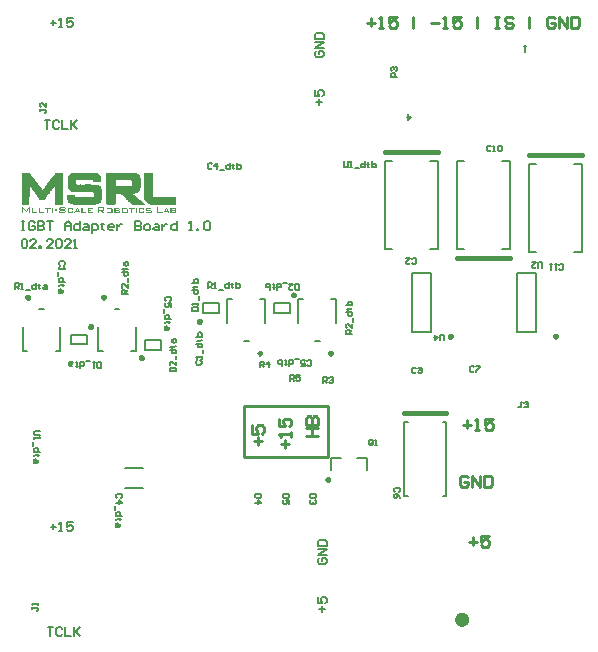
<source format=gto>
%FSTAX23Y23*%
%MOIN*%
%SFA1B1*%

%IPPOS*%
%ADD10C,0.031496*%
%ADD11C,0.009843*%
%ADD12C,0.015748*%
%ADD13C,0.007874*%
%ADD14C,0.010000*%
%ADD15C,0.008000*%
%ADD16C,0.005000*%
%LNmain-1*%
%LPD*%
G36*
X01164Y02568D02*
X01171D01*
Y02566*
X01173*
Y02565*
X01176*
Y02563*
X01177*
Y02562*
X01179*
Y02561*
X0118*
Y02559*
X01181*
Y02558*
Y02557*
X01183*
Y02555*
Y02554*
Y02553*
X01184*
Y02551*
Y0255*
Y02549*
Y02547*
Y02546*
Y02544*
Y02543*
Y02542*
Y0254*
Y02539*
Y02538*
X01157*
Y02539*
Y0254*
Y02542*
Y02543*
X01156*
Y02544*
X011*
Y02543*
Y02542*
Y0254*
Y02539*
Y02538*
Y02536*
Y02535*
X01098*
Y02534*
Y02532*
Y02531*
X01104*
Y02529*
X01111*
Y02531*
X01117*
Y02529*
X01128*
Y02531*
X0115*
Y02529*
X01169*
Y02528*
X01175*
Y02527*
X01177*
Y02525*
X01179*
Y02524*
X0118*
Y02523*
X01181*
Y02521*
Y0252*
X01183*
Y02519*
Y02517*
X01184*
Y02516*
Y02514*
Y02513*
X01186*
Y02512*
Y0251*
Y02509*
Y02508*
Y02506*
Y02505*
Y02504*
Y02502*
Y02501*
Y02499*
Y02498*
Y02497*
Y02495*
Y02494*
Y02493*
Y02491*
Y0249*
Y02489*
Y02487*
Y02486*
Y02484*
Y02483*
Y02482*
Y0248*
Y02479*
X01184*
Y02478*
Y02476*
Y02475*
Y02474*
X01183*
Y02472*
X01181*
Y02471*
Y02469*
X0118*
Y02468*
X01179*
Y02467*
X01177*
Y02465*
X01175*
Y02464*
X01171*
Y02463*
X01165*
Y02461*
X0109*
Y02463*
X01083*
Y02464*
X01079*
Y02465*
X01078*
Y02467*
X01077*
Y02468*
X01075*
Y02469*
X01074*
Y02471*
X01072*
Y02472*
Y02474*
X01071*
Y02475*
Y02476*
Y02478*
X0107*
Y02479*
Y0248*
Y02482*
Y02483*
Y02484*
Y02486*
Y02487*
Y02489*
X01068*
Y0249*
Y02491*
Y02493*
Y02494*
X0107*
Y02495*
X01097*
Y02494*
Y02493*
Y02491*
Y0249*
Y02489*
X01158*
Y0249*
Y02491*
Y02493*
Y02494*
Y02495*
Y02497*
Y02498*
Y02499*
Y02501*
Y02502*
X01157*
Y02504*
X01089*
Y02505*
X01083*
Y02506*
X01081*
Y02508*
X01079*
Y02509*
X01078*
Y0251*
X01077*
Y02512*
X01075*
Y02513*
X01074*
Y02514*
Y02516*
Y02517*
X01072*
Y02519*
Y0252*
Y02521*
X01071*
Y02523*
Y02524*
Y02525*
Y02527*
Y02528*
Y02529*
Y02531*
Y02532*
Y02534*
Y02535*
Y02536*
Y02538*
Y02539*
Y0254*
Y02542*
Y02543*
Y02544*
Y02546*
Y02547*
Y02549*
Y0255*
X01072*
Y02551*
Y02553*
Y02554*
Y02555*
X01074*
Y02557*
Y02558*
X01075*
Y02559*
Y02561*
X01077*
Y02562*
X01078*
Y02563*
X01079*
Y02565*
X01082*
Y02566*
X01085*
Y02568*
X01092*
Y02569*
X01164*
Y02568*
G37*
G36*
X01056D02*
Y02566D01*
Y02565*
Y02563*
Y02562*
Y02561*
Y02559*
Y02558*
Y02557*
Y02555*
Y02554*
Y02553*
Y02551*
Y0255*
Y02549*
Y02547*
Y02546*
Y02544*
Y02543*
Y02542*
Y0254*
Y02539*
Y02538*
Y02536*
Y02535*
Y02534*
Y02532*
Y02531*
Y02529*
Y02528*
Y02527*
Y02525*
Y02524*
Y02523*
Y02521*
Y0252*
Y02519*
Y02517*
Y02516*
Y02514*
Y02513*
Y02512*
Y0251*
Y02509*
Y02508*
Y02506*
Y02505*
Y02504*
Y02502*
Y02501*
Y02499*
Y02498*
Y02497*
Y02495*
Y02494*
Y02493*
Y02491*
Y0249*
Y02489*
Y02487*
Y02486*
Y02484*
Y02483*
Y02482*
Y0248*
Y02479*
Y02478*
Y02476*
Y02475*
Y02474*
Y02472*
Y02471*
Y02469*
Y02468*
Y02467*
Y02465*
Y02464*
Y02463*
Y02461*
X01028*
Y02463*
Y02464*
Y02465*
Y02467*
Y02468*
Y02469*
Y02471*
Y02472*
Y02474*
Y02475*
Y02476*
Y02478*
Y02479*
Y0248*
Y02482*
Y02483*
Y02484*
Y02486*
Y02487*
Y02489*
Y0249*
Y02491*
Y02493*
Y02494*
Y02495*
Y02497*
Y02498*
Y02499*
Y02501*
Y02502*
Y02504*
Y02505*
Y02506*
Y02508*
Y02509*
Y0251*
Y02512*
Y02513*
Y02514*
Y02516*
Y02517*
Y02519*
Y0252*
Y02521*
X01026*
Y0252*
X01025*
Y02519*
X01023*
Y02517*
Y02516*
X01022*
Y02514*
X01021*
Y02513*
X01019*
Y02512*
Y0251*
X01018*
Y02509*
X01017*
Y02508*
X01015*
Y02506*
X01014*
Y02505*
Y02504*
X01013*
Y02502*
X01011*
Y02501*
Y02499*
X0101*
Y02498*
X01008*
Y02497*
X01007*
Y02495*
Y02494*
X01006*
Y02493*
X01004*
Y02491*
X01003*
Y0249*
Y02489*
X01002*
Y02487*
X01*
Y02486*
X00999*
Y02484*
Y02483*
X00998*
Y02482*
X00996*
Y0248*
X00995*
Y02479*
Y02478*
X00993*
Y02476*
X0098*
Y02478*
X00978*
Y02479*
X00977*
Y0248*
Y02482*
X00976*
Y02483*
X00974*
Y02484*
X00973*
Y02486*
Y02487*
X00972*
Y02489*
X0097*
Y0249*
X00969*
Y02491*
Y02493*
X00968*
Y02494*
X00966*
Y02495*
X00965*
Y02497*
Y02498*
X00963*
Y02499*
X00962*
Y02501*
X00961*
Y02502*
Y02504*
X00959*
Y02505*
X00958*
Y02506*
X00957*
Y02508*
Y02509*
X00955*
Y0251*
X00954*
Y02512*
X00953*
Y02513*
Y02514*
X00951*
Y02516*
X0095*
Y02517*
X00949*
Y02519*
Y0252*
X00947*
Y02521*
X00946*
Y0252*
Y02519*
Y02517*
Y02516*
Y02514*
Y02513*
Y02512*
Y0251*
Y02509*
Y02508*
Y02506*
Y02505*
Y02504*
Y02502*
Y02501*
Y02499*
Y02498*
Y02497*
Y02495*
Y02494*
Y02493*
Y02491*
Y0249*
Y02489*
Y02487*
Y02486*
X00944*
Y02484*
Y02483*
Y02482*
Y0248*
Y02479*
Y02478*
Y02476*
Y02475*
Y02474*
Y02472*
Y02471*
Y02469*
Y02468*
Y02467*
Y02465*
Y02464*
Y02463*
Y02461*
X00919*
Y02463*
Y02464*
Y02465*
Y02467*
Y02468*
Y02469*
Y02471*
Y02472*
Y02474*
Y02475*
Y02476*
Y02478*
Y02479*
Y0248*
Y02482*
Y02483*
Y02484*
Y02486*
Y02487*
Y02489*
Y0249*
Y02491*
Y02493*
Y02494*
Y02495*
Y02497*
Y02498*
Y02499*
Y02501*
Y02502*
Y02504*
Y02505*
Y02506*
Y02508*
Y02509*
Y0251*
Y02512*
Y02513*
Y02514*
Y02516*
Y02517*
Y02519*
Y0252*
Y02521*
Y02523*
Y02524*
Y02525*
Y02527*
Y02528*
Y02529*
Y02531*
Y02532*
Y02534*
Y02535*
Y02536*
Y02538*
Y02539*
Y0254*
Y02542*
Y02543*
Y02544*
Y02546*
Y02547*
Y02549*
Y0255*
Y02551*
Y02553*
Y02554*
Y02555*
Y02557*
Y02558*
Y02559*
Y02561*
Y02562*
Y02563*
Y02565*
Y02566*
Y02568*
Y02569*
X00943*
Y02568*
X00944*
Y02566*
X00946*
Y02565*
X00947*
Y02563*
X00949*
Y02562*
Y02561*
X0095*
Y02559*
X00951*
Y02558*
X00953*
Y02557*
X00954*
Y02555*
Y02554*
X00955*
Y02553*
X00957*
Y02551*
X00958*
Y0255*
Y02549*
X00959*
Y02547*
X00961*
Y02546*
X00962*
Y02544*
X00963*
Y02543*
Y02542*
X00965*
Y0254*
X00966*
Y02539*
X00968*
Y02538*
Y02536*
X00969*
Y02535*
X0097*
Y02534*
X00972*
Y02532*
Y02531*
X00973*
Y02529*
X00974*
Y02528*
X00976*
Y02527*
X00977*
Y02525*
Y02524*
X00978*
Y02523*
X0098*
Y02521*
X00981*
Y0252*
Y02519*
X00983*
Y02517*
X00984*
Y02516*
X00985*
Y02514*
X00987*
Y02513*
Y02512*
X00989*
Y02513*
X00991*
Y02514*
Y02516*
X00992*
Y02517*
X00993*
Y02519*
X00995*
Y0252*
Y02521*
X00996*
Y02523*
X00998*
Y02524*
X00999*
Y02525*
Y02527*
X01*
Y02528*
X01002*
Y02529*
X01003*
Y02531*
Y02532*
X01004*
Y02534*
X01006*
Y02535*
X01007*
Y02536*
Y02538*
X01008*
Y02539*
X0101*
Y0254*
X01011*
Y02542*
Y02543*
X01013*
Y02544*
X01014*
Y02546*
X01015*
Y02547*
X01017*
Y02549*
Y0255*
X01018*
Y02551*
X01019*
Y02553*
X01021*
Y02554*
Y02555*
X01022*
Y02557*
X01023*
Y02558*
X01025*
Y02559*
Y02561*
X01026*
Y02562*
X01028*
Y02563*
X01029*
Y02565*
Y02566*
X0103*
Y02568*
X01032*
Y02569*
X01056*
Y02568*
G37*
G36*
X01357D02*
Y02566D01*
Y02565*
Y02563*
Y02562*
Y02561*
Y02559*
Y02558*
Y02557*
Y02555*
Y02554*
Y02553*
Y02551*
Y0255*
Y02549*
Y02547*
Y02546*
Y02544*
Y02543*
Y02542*
Y0254*
Y02539*
Y02538*
Y02536*
Y02535*
Y02534*
Y02532*
Y02531*
Y02529*
Y02528*
Y02527*
Y02525*
Y02524*
Y02523*
Y02521*
Y0252*
Y02519*
Y02517*
Y02516*
Y02514*
Y02513*
Y02512*
Y0251*
Y02509*
Y02508*
Y02506*
Y02505*
Y02504*
Y02502*
Y02501*
Y02499*
Y02498*
Y02497*
Y02495*
Y02494*
Y02493*
Y02491*
Y0249*
Y02489*
X01431*
Y02487*
X01432*
Y02486*
Y02484*
Y02483*
Y02482*
Y0248*
Y02479*
Y02478*
Y02476*
Y02475*
Y02474*
Y02472*
Y02471*
Y02469*
Y02468*
Y02467*
Y02465*
Y02464*
Y02463*
X01431*
Y02461*
X01345*
Y02463*
X01344*
Y02464*
X01341*
Y02465*
X0134*
Y02467*
X01338*
Y02468*
X01337*
Y02469*
X01335*
Y02471*
X01333*
Y02472*
X01331*
Y02474*
X0133*
Y02475*
X01329*
Y02476*
X01327*
Y02478*
X01326*
Y02479*
Y0248*
Y02482*
Y02483*
Y02484*
Y02486*
Y02487*
Y02489*
Y0249*
Y02491*
Y02493*
Y02494*
Y02495*
Y02497*
Y02498*
Y02499*
Y02501*
Y02502*
Y02504*
Y02505*
Y02506*
Y02508*
Y02509*
Y0251*
Y02512*
Y02513*
Y02514*
Y02516*
Y02517*
Y02519*
Y0252*
Y02521*
Y02523*
Y02524*
Y02525*
Y02527*
Y02528*
Y02529*
Y02531*
Y02532*
Y02534*
Y02535*
Y02536*
Y02538*
Y02539*
Y0254*
Y02542*
Y02543*
Y02544*
Y02546*
Y02547*
Y02549*
Y0255*
Y02551*
Y02553*
Y02554*
Y02555*
Y02557*
Y02558*
Y02559*
Y02561*
Y02562*
Y02563*
Y02565*
Y02566*
Y02568*
Y02569*
X01357*
Y02568*
G37*
G36*
X01296D02*
X01301D01*
Y02566*
X01304*
Y02565*
X01307*
Y02563*
X01308*
Y02562*
X0131*
Y02561*
X01311*
Y02559*
X01312*
Y02558*
Y02557*
X01314*
Y02555*
Y02554*
Y02553*
Y02551*
X01315*
Y0255*
Y02549*
Y02547*
Y02546*
Y02544*
Y02543*
Y02542*
Y0254*
Y02539*
Y02538*
Y02536*
Y02535*
Y02534*
Y02532*
Y02531*
Y02529*
Y02528*
Y02527*
Y02525*
Y02524*
Y02523*
Y02521*
Y0252*
Y02519*
Y02517*
Y02516*
X01314*
Y02514*
Y02513*
Y02512*
X01312*
Y0251*
Y02509*
X01311*
Y02508*
X0131*
Y02506*
Y02505*
X01307*
Y02504*
X01305*
Y02502*
X01303*
Y02501*
X01297*
Y02499*
X01288*
Y02498*
X01289*
Y02497*
X0129*
Y02495*
X01292*
Y02494*
X01293*
Y02493*
X01295*
Y02491*
X01297*
Y0249*
X01299*
Y02489*
X013*
Y02487*
X01301*
Y02486*
X01303*
Y02484*
X01305*
Y02483*
X01307*
Y02482*
X01308*
Y0248*
X0131*
Y02479*
X01311*
Y02478*
X01314*
Y02476*
X01315*
Y02475*
X01316*
Y02474*
X01318*
Y02472*
X01319*
Y02471*
X01322*
Y02469*
X01323*
Y02468*
X01325*
Y02467*
X01326*
Y02465*
X01327*
Y02464*
X01329*
Y02463*
X0133*
Y02461*
X01286*
Y02463*
X01285*
Y02464*
X01284*
Y02465*
X01282*
Y02467*
X01281*
Y02468*
X0128*
Y02469*
X01278*
Y02471*
X01277*
Y02472*
X01274*
Y02474*
X01273*
Y02475*
X01271*
Y02476*
X0127*
Y02478*
X01269*
Y02479*
X01267*
Y0248*
X01266*
Y02482*
X01265*
Y02483*
X01263*
Y02484*
X01262*
Y02486*
X01261*
Y02487*
X01259*
Y02489*
X01258*
Y0249*
X01256*
Y02491*
X01255*
Y02493*
X01254*
Y02494*
X01251*
Y02495*
X0125*
Y02497*
X01248*
Y02498*
X01247*
Y02499*
X01231*
Y02498*
Y02497*
Y02495*
Y02494*
Y02493*
Y02491*
Y0249*
Y02489*
Y02487*
Y02486*
Y02484*
Y02483*
Y02482*
Y0248*
Y02479*
Y02478*
Y02476*
Y02475*
Y02474*
Y02472*
Y02471*
Y02469*
Y02468*
Y02467*
Y02465*
Y02464*
Y02463*
X01229*
Y02461*
X01201*
Y02463*
X01199*
Y02464*
Y02465*
Y02467*
Y02468*
Y02469*
Y02471*
Y02472*
Y02474*
Y02475*
Y02476*
Y02478*
Y02479*
Y0248*
Y02482*
Y02483*
Y02484*
Y02486*
Y02487*
Y02489*
Y0249*
Y02491*
Y02493*
Y02494*
Y02495*
Y02497*
Y02498*
Y02499*
Y02501*
Y02502*
Y02504*
Y02505*
Y02506*
Y02508*
Y02509*
Y0251*
Y02512*
Y02513*
Y02514*
Y02516*
Y02517*
Y02519*
Y0252*
Y02521*
Y02523*
Y02524*
Y02525*
Y02527*
Y02528*
Y02529*
Y02531*
Y02532*
Y02534*
Y02535*
Y02536*
Y02538*
Y02539*
Y0254*
Y02542*
Y02543*
Y02544*
Y02546*
Y02547*
Y02549*
Y0255*
Y02551*
Y02553*
Y02554*
Y02555*
Y02557*
Y02558*
Y02559*
Y02561*
Y02562*
Y02563*
Y02565*
Y02566*
Y02568*
Y02569*
X01296*
Y02568*
G37*
G36*
X01062Y02453D02*
X01064D01*
Y02452*
Y0245*
X01066*
Y02449*
X01063*
Y02448*
X01062*
Y02449*
Y0245*
X01048*
Y02449*
Y02448*
Y02446*
X01062*
Y02445*
X01064*
Y02444*
Y02442*
X01066*
Y02441*
Y0244*
Y02438*
Y02437*
X01064*
Y02435*
Y02434*
X01062*
Y02433*
X01047*
Y02434*
X01044*
Y02435*
Y02437*
Y02438*
Y0244*
X01047*
Y02438*
Y02437*
X01062*
Y02438*
Y0244*
Y02441*
Y02442*
X01045*
Y02444*
Y02445*
X01044*
Y02446*
Y02448*
Y02449*
Y0245*
Y02452*
X01045*
Y02453*
X01047*
Y02455*
X01062*
Y02453*
G37*
G36*
X0135Y02449D02*
Y02448D01*
X01352*
Y02446*
X0135*
Y02445*
X01348*
Y02446*
Y02448*
X01337*
Y02446*
Y02445*
Y02444*
X0135*
Y02442*
X01352*
Y02441*
Y0244*
Y02438*
Y02437*
Y02435*
X0135*
Y02434*
X01349*
Y02433*
X01335*
Y02434*
X01333*
Y02435*
Y02437*
Y02438*
X01337*
Y02437*
X01348*
Y02438*
Y0244*
Y02441*
X01334*
Y02442*
Y02444*
X01333*
Y02445*
Y02446*
Y02448*
X01334*
Y02449*
Y0245*
X0135*
Y02449*
G37*
G36*
X01326D02*
X01327D01*
Y02448*
Y02446*
Y02445*
X01326*
Y02444*
X01323*
Y02445*
Y02446*
Y02448*
X01312*
Y02446*
Y02445*
Y02444*
Y02442*
Y02441*
Y0244*
Y02438*
Y02437*
X01323*
Y02438*
Y0244*
X01327*
Y02438*
Y02437*
Y02435*
X01326*
Y02434*
X01323*
Y02433*
X01311*
Y02434*
X01308*
Y02435*
Y02437*
Y02438*
Y0244*
Y02441*
Y02442*
Y02444*
Y02445*
Y02446*
Y02448*
Y02449*
X0131*
Y0245*
X01326*
Y02449*
G37*
G36*
X01089D02*
Y02448D01*
X0109*
Y02446*
Y02445*
X01089*
Y02444*
X01086*
Y02445*
Y02446*
Y02448*
X01075*
Y02446*
Y02445*
Y02444*
Y02442*
Y02441*
Y0244*
Y02438*
Y02437*
X01086*
Y02438*
Y0244*
X0109*
Y02438*
Y02437*
Y02435*
X01089*
Y02434*
X01086*
Y02433*
X01074*
Y02434*
X01071*
Y02435*
Y02437*
Y02438*
Y0244*
Y02441*
Y02442*
Y02444*
Y02445*
Y02446*
Y02448*
Y02449*
X01072*
Y0245*
X01089*
Y02449*
G37*
G36*
X01037Y02445D02*
Y02444D01*
Y02442*
X01028*
Y02444*
Y02445*
X01029*
Y02446*
X01037*
Y02445*
G37*
G36*
X00946Y02453D02*
Y02452D01*
Y0245*
Y02449*
Y02448*
Y02446*
Y02445*
Y02444*
Y02442*
Y02441*
Y0244*
Y02438*
Y02437*
Y02435*
Y02434*
Y02433*
X00942*
Y02434*
Y02435*
Y02437*
Y02438*
Y0244*
Y02441*
Y02442*
Y02444*
Y02445*
Y02446*
X0094*
Y02445*
X00939*
Y02444*
X00938*
Y02442*
Y02441*
X00936*
Y0244*
X00935*
Y02438*
Y02437*
X00932*
Y02438*
X00931*
Y0244*
X00929*
Y02441*
X00928*
Y02442*
Y02444*
X00927*
Y02445*
X00925*
Y02446*
X00924*
Y02445*
Y02444*
Y02442*
Y02441*
Y0244*
Y02438*
Y02437*
Y02435*
Y02434*
X00923*
Y02433*
X00921*
Y02434*
X0092*
Y02435*
Y02437*
Y02438*
Y0244*
Y02441*
Y02442*
Y02444*
Y02445*
Y02446*
Y02448*
Y02449*
Y0245*
Y02452*
Y02453*
X00921*
Y02455*
X00923*
Y02453*
X00924*
Y02452*
X00925*
Y0245*
X00927*
Y02449*
X00928*
Y02448*
X00929*
Y02446*
Y02445*
X00931*
Y02444*
X00932*
Y02442*
X00935*
Y02444*
Y02445*
X00936*
Y02446*
X00938*
Y02448*
Y02449*
X00939*
Y0245*
X0094*
Y02452*
X00942*
Y02453*
Y02455*
X00946*
Y02453*
G37*
G36*
X0097Y02449D02*
Y02448D01*
Y02446*
Y02445*
Y02444*
Y02442*
Y02441*
Y0244*
Y02438*
Y02437*
Y02435*
Y02434*
X00968*
Y02433*
X00955*
Y02434*
X00953*
Y02435*
X00951*
Y02437*
Y02438*
Y0244*
Y02441*
Y02442*
Y02444*
Y02445*
Y02446*
Y02448*
Y02449*
Y0245*
X00955*
Y02449*
Y02448*
Y02446*
Y02445*
Y02444*
Y02442*
Y02441*
Y0244*
Y02438*
Y02437*
X00968*
Y02438*
Y0244*
Y02441*
Y02442*
Y02444*
Y02445*
Y02446*
Y02448*
Y02449*
Y0245*
X0097*
Y02449*
G37*
G36*
X01432D02*
Y02448D01*
Y02446*
X01434*
Y02445*
X01432*
Y02444*
Y02442*
Y02441*
Y0244*
X01434*
Y02438*
Y02437*
Y02435*
X01432*
Y02434*
X01429*
Y02433*
X01414*
Y02434*
Y02435*
Y02437*
Y02438*
Y0244*
Y02441*
Y02442*
Y02444*
Y02445*
Y02446*
Y02448*
Y02449*
Y0245*
X01432*
Y02449*
G37*
G36*
X01372Y02453D02*
X01374D01*
Y02452*
Y0245*
Y02449*
Y02448*
Y02446*
Y02445*
Y02444*
Y02442*
Y02441*
Y0244*
Y02438*
Y02437*
X01389*
Y02435*
Y02434*
X0139*
Y02435*
X01391*
Y02437*
Y02438*
X01393*
Y0244*
Y02441*
X01394*
Y02442*
X01395*
Y02444*
Y02445*
X01397*
Y02446*
Y02448*
X01398*
Y02449*
Y0245*
X01402*
Y02449*
X01404*
Y02448*
X01405*
Y02446*
Y02445*
X01406*
Y02444*
Y02442*
X01408*
Y02441*
X01409*
Y0244*
Y02438*
X0141*
Y02437*
Y02435*
X01412*
Y02434*
Y02433*
X01409*
Y02434*
X01408*
Y02435*
X01406*
Y02437*
X01394*
Y02435*
Y02434*
X01393*
Y02433*
X0137*
Y02434*
Y02435*
Y02437*
Y02438*
Y0244*
Y02441*
Y02442*
Y02444*
Y02445*
Y02446*
Y02448*
Y02449*
Y0245*
Y02452*
Y02453*
Y02455*
X01372*
Y02453*
G37*
G36*
X01303Y02449D02*
Y02448D01*
Y02446*
Y02445*
Y02444*
Y02442*
Y02441*
Y0244*
Y02438*
Y02437*
Y02435*
Y02434*
X01301*
Y02433*
X01299*
Y02434*
Y02435*
Y02437*
Y02438*
Y0244*
Y02441*
Y02442*
Y02444*
Y02445*
Y02446*
Y02448*
Y02449*
Y0245*
X01303*
Y02449*
G37*
G36*
X01295D02*
Y02448D01*
X01288*
Y02446*
X01286*
Y02445*
Y02444*
Y02442*
Y02441*
Y0244*
Y02438*
Y02437*
Y02435*
Y02434*
Y02433*
X01284*
Y02434*
Y02435*
Y02437*
Y02438*
Y0244*
Y02441*
Y02442*
Y02444*
Y02445*
Y02446*
Y02448*
X01275*
Y02449*
Y0245*
X01295*
Y02449*
G37*
G36*
X0127D02*
X01271D01*
Y02448*
Y02446*
Y02445*
Y02444*
Y02442*
Y02441*
Y0244*
Y02438*
Y02437*
Y02435*
Y02434*
X01269*
Y02433*
X01254*
Y02434*
X01252*
Y02435*
X01251*
Y02437*
Y02438*
Y0244*
Y02441*
Y02442*
Y02444*
Y02445*
Y02446*
Y02448*
Y02449*
X01252*
Y0245*
X0127*
Y02449*
G37*
G36*
X01244D02*
Y02448D01*
X01246*
Y02446*
Y02445*
X01244*
Y02444*
Y02442*
Y02441*
Y0244*
X01246*
Y02438*
Y02437*
Y02435*
X01244*
Y02434*
X01241*
Y02433*
X01226*
Y02434*
Y02435*
Y02437*
Y02438*
Y0244*
Y02441*
Y02442*
Y02444*
Y02445*
Y02446*
Y02448*
Y02449*
Y0245*
X01244*
Y02449*
G37*
G36*
X0122D02*
X01221D01*
Y02448*
Y02446*
Y02445*
Y02444*
Y02442*
Y02441*
Y0244*
Y02438*
Y02437*
Y02435*
X0122*
Y02434*
X01218*
Y02433*
X01203*
Y02434*
X01201*
Y02435*
Y02437*
Y02438*
Y0244*
Y02441*
Y02442*
Y02444*
Y02445*
Y02446*
Y02448*
Y02449*
X01202*
Y0245*
X0122*
Y02449*
G37*
G36*
X0119Y02453D02*
X01192D01*
Y02452*
Y0245*
Y02449*
Y02448*
Y02446*
Y02445*
Y02444*
Y02442*
X01191*
Y02441*
X01187*
Y0244*
X01188*
Y02438*
X0119*
Y02437*
X01192*
Y02435*
X01194*
Y02434*
X01195*
Y02433*
X0119*
Y02434*
X01188*
Y02435*
X01187*
Y02437*
X01186*
Y02438*
X01183*
Y0244*
Y02441*
X01176*
Y0244*
Y02438*
Y02437*
Y02435*
Y02434*
X01175*
Y02433*
X01172*
Y02434*
Y02435*
Y02437*
Y02438*
Y0244*
Y02441*
Y02442*
Y02444*
Y02445*
Y02446*
Y02448*
Y02449*
Y0245*
Y02452*
Y02453*
Y02455*
X0119*
Y02453*
G37*
G36*
X01156Y02449D02*
Y02448D01*
X01143*
Y02446*
X01142*
Y02445*
X01143*
Y02444*
X0115*
Y02442*
Y02441*
X01143*
Y0244*
X01142*
Y02438*
Y02437*
X01156*
Y02435*
Y02434*
Y02433*
X01139*
Y02434*
Y02435*
Y02437*
Y02438*
Y0244*
Y02441*
Y02442*
Y02444*
Y02445*
Y02446*
Y02448*
Y02449*
Y0245*
X01156*
Y02449*
G37*
G36*
X01122D02*
Y02448D01*
Y02446*
Y02445*
Y02444*
Y02442*
Y02441*
Y0244*
Y02438*
Y02437*
X01134*
Y02435*
Y02434*
Y02433*
X01117*
Y02434*
Y02435*
Y02437*
Y02438*
Y0244*
Y02441*
Y02442*
Y02444*
Y02445*
Y02446*
Y02448*
Y02449*
Y0245*
X01122*
Y02449*
G37*
G36*
X01107D02*
Y02448D01*
X01108*
Y02446*
Y02445*
X01109*
Y02444*
Y02442*
X01111*
Y02441*
X01112*
Y0244*
Y02438*
X01113*
Y02437*
Y02435*
X01115*
Y02434*
Y02433*
X01112*
Y02434*
X01111*
Y02435*
Y02437*
X01097*
Y02435*
Y02434*
X01096*
Y02433*
X01093*
Y02434*
Y02435*
X01094*
Y02437*
Y02438*
X01096*
Y0244*
Y02441*
X01097*
Y02442*
X01098*
Y02444*
Y02445*
X011*
Y02446*
Y02448*
X01101*
Y02449*
Y0245*
X01107*
Y02449*
G37*
G36*
X01022D02*
Y02448D01*
Y02446*
Y02445*
Y02444*
Y02442*
Y02441*
Y0244*
Y02438*
Y02437*
Y02435*
Y02434*
Y02433*
X01019*
Y02434*
X01018*
Y02435*
Y02437*
Y02438*
Y0244*
Y02441*
Y02442*
Y02444*
Y02445*
Y02446*
Y02448*
Y02449*
Y0245*
X01022*
Y02449*
G37*
G36*
X01015D02*
Y02448D01*
X01007*
Y02446*
Y02445*
Y02444*
Y02442*
Y02441*
Y0244*
Y02438*
Y02437*
Y02435*
Y02434*
Y02433*
X01004*
Y02434*
X01003*
Y02435*
Y02437*
Y02438*
Y0244*
Y02441*
Y02442*
Y02444*
Y02445*
Y02446*
Y02448*
X00995*
Y02449*
Y0245*
X01015*
Y02449*
G37*
G36*
X0098D02*
Y02448D01*
Y02446*
Y02445*
Y02444*
Y02442*
Y02441*
Y0244*
Y02438*
Y02437*
X00993*
Y02435*
Y02434*
Y02433*
X00977*
Y02434*
Y02435*
Y02437*
Y02438*
Y0244*
Y02441*
Y02442*
Y02444*
Y02445*
Y02446*
Y02448*
Y02449*
Y0245*
X0098*
Y02449*
G37*
%LNmain-2*%
%LPC*%
G36*
X01282Y02544D02*
X01231D01*
Y02543*
Y02542*
Y0254*
Y02539*
Y02538*
Y02536*
Y02535*
Y02534*
Y02532*
Y02531*
Y02529*
Y02528*
Y02527*
Y02525*
Y02524*
X01284*
Y02525*
X01285*
Y02527*
Y02528*
Y02529*
Y02531*
Y02532*
Y02534*
Y02535*
Y02536*
Y02538*
Y02539*
Y0254*
Y02542*
X01284*
Y02543*
X01282*
Y02544*
G37*
G36*
X01429Y02448D02*
X01419D01*
Y02446*
Y02445*
Y02444*
X01429*
Y02445*
Y02446*
Y02448*
G37*
G36*
Y02441D02*
X01419D01*
Y0244*
Y02438*
Y02437*
X01429*
Y02438*
Y0244*
Y02441*
G37*
G36*
X01402Y02446D02*
X01399D01*
Y02445*
Y02444*
X01398*
Y02442*
Y02441*
Y0244*
X01404*
Y02441*
Y02442*
Y02444*
X01402*
Y02445*
Y02446*
G37*
G36*
X01267Y02448D02*
X01255D01*
Y02446*
Y02445*
Y02444*
Y02442*
Y02441*
Y0244*
Y02438*
Y02437*
X01269*
Y02438*
Y0244*
Y02441*
Y02442*
Y02444*
Y02445*
Y02446*
X01267*
Y02448*
G37*
G36*
X01241D02*
X01231D01*
Y02446*
Y02445*
Y02444*
X01241*
Y02445*
Y02446*
Y02448*
G37*
G36*
Y02441D02*
X01231D01*
Y0244*
Y02438*
Y02437*
X01241*
Y02438*
Y0244*
Y02441*
G37*
G36*
X01217Y02448D02*
X01205D01*
Y02446*
X01203*
Y02445*
Y02444*
Y02442*
Y02441*
Y0244*
Y02438*
Y02437*
X01217*
Y02438*
Y0244*
Y02441*
Y02442*
Y02444*
Y02445*
Y02446*
Y02448*
G37*
G36*
X01187Y02452D02*
X01177D01*
Y0245*
X01176*
Y02449*
Y02448*
Y02446*
Y02445*
Y02444*
X01187*
Y02445*
X01188*
Y02446*
Y02448*
Y02449*
Y0245*
X01187*
Y02452*
G37*
G36*
X01105Y02446D02*
X01102D01*
Y02445*
Y02444*
X01101*
Y02442*
Y02441*
Y0244*
X01107*
Y02441*
Y02442*
Y02444*
X01105*
Y02445*
Y02446*
G37*
%LNmain-3*%
%LPD*%
G54D10*
X02392Y0108D02*
D01*
X02392Y0108*
X02392Y01081*
X02392Y01081*
X02392Y01082*
X02392Y01082*
X02391Y01083*
X02391Y01083*
X02391Y01084*
X02391Y01084*
X0239Y01084*
X0239Y01085*
X0239Y01085*
X02389Y01085*
X02389Y01086*
X02388Y01086*
X02388Y01086*
X02387Y01087*
X02387Y01087*
X02386Y01087*
X02386Y01087*
X02385Y01087*
X02385Y01087*
X02384*
X02384Y01087*
X02383Y01087*
X02383Y01087*
X02382Y01087*
X02382Y01087*
X02381Y01086*
X02381Y01086*
X0238Y01086*
X0238Y01085*
X02379Y01085*
X02379Y01085*
X02379Y01084*
X02378Y01084*
X02378Y01084*
X02378Y01083*
X02378Y01083*
X02377Y01082*
X02377Y01082*
X02377Y01081*
X02377Y01081*
X02377Y0108*
X02377Y0108*
X02377Y01079*
X02377Y01078*
X02377Y01078*
X02377Y01077*
X02377Y01077*
X02378Y01076*
X02378Y01076*
X02378Y01075*
X02378Y01075*
X02379Y01075*
X02379Y01074*
X02379Y01074*
X0238Y01074*
X0238Y01073*
X02381Y01073*
X02381Y01073*
X02382Y01072*
X02382Y01072*
X02383Y01072*
X02383Y01072*
X02384Y01072*
X02384Y01072*
X02385*
X02385Y01072*
X02386Y01072*
X02386Y01072*
X02387Y01072*
X02387Y01072*
X02388Y01073*
X02388Y01073*
X02389Y01073*
X02389Y01074*
X0239Y01074*
X0239Y01074*
X0239Y01075*
X02391Y01075*
X02391Y01075*
X02391Y01076*
X02391Y01076*
X02392Y01077*
X02392Y01077*
X02392Y01078*
X02392Y01078*
X02392Y01079*
X02392Y0108*
G54D11*
X01153Y02056D02*
D01*
X01153Y02056*
X01152Y02056*
X01152Y02057*
X01152Y02057*
X01152Y02057*
X01152Y02058*
X01152Y02058*
X01152Y02058*
X01152Y02059*
X01151Y02059*
X01151Y02059*
X01151Y02059*
X01151Y0206*
X0115Y0206*
X0115Y0206*
X0115Y0206*
X01149Y0206*
X01149Y0206*
X01149Y02061*
X01148Y02061*
X01148Y02061*
X01148Y02061*
X01147*
X01147Y02061*
X01147Y02061*
X01146Y02061*
X01146Y0206*
X01146Y0206*
X01145Y0206*
X01145Y0206*
X01145Y0206*
X01145Y0206*
X01144Y02059*
X01144Y02059*
X01144Y02059*
X01144Y02059*
X01143Y02058*
X01143Y02058*
X01143Y02058*
X01143Y02057*
X01143Y02057*
X01143Y02057*
X01143Y02056*
X01143Y02056*
X01143Y02056*
X01143Y02055*
X01143Y02055*
X01143Y02055*
X01143Y02054*
X01143Y02054*
X01143Y02054*
X01143Y02053*
X01143Y02053*
X01144Y02053*
X01144Y02053*
X01144Y02052*
X01144Y02052*
X01145Y02052*
X01145Y02052*
X01145Y02052*
X01145Y02051*
X01146Y02051*
X01146Y02051*
X01146Y02051*
X01147Y02051*
X01147Y02051*
X01147Y02051*
X01148*
X01148Y02051*
X01148Y02051*
X01149Y02051*
X01149Y02051*
X01149Y02051*
X0115Y02051*
X0115Y02052*
X0115Y02052*
X01151Y02052*
X01151Y02052*
X01151Y02052*
X01151Y02053*
X01152Y02053*
X01152Y02053*
X01152Y02053*
X01152Y02054*
X01152Y02054*
X01152Y02054*
X01152Y02055*
X01152Y02055*
X01153Y02055*
X01153Y02056*
X01321Y01951D02*
D01*
X01321Y01951*
X01321Y01952*
X01321Y01952*
X01321Y01952*
X01321Y01953*
X01321Y01953*
X0132Y01953*
X0132Y01954*
X0132Y01954*
X0132Y01954*
X0132Y01954*
X01319Y01955*
X01319Y01955*
X01319Y01955*
X01319Y01955*
X01318Y01955*
X01318Y01956*
X01318Y01956*
X01317Y01956*
X01317Y01956*
X01317Y01956*
X01316Y01956*
X01316*
X01316Y01956*
X01315Y01956*
X01315Y01956*
X01315Y01956*
X01314Y01956*
X01314Y01955*
X01314Y01955*
X01313Y01955*
X01313Y01955*
X01313Y01955*
X01313Y01954*
X01312Y01954*
X01312Y01954*
X01312Y01954*
X01312Y01953*
X01312Y01953*
X01311Y01953*
X01311Y01952*
X01311Y01952*
X01311Y01952*
X01311Y01951*
X01311Y01951*
X01311Y01951*
X01311Y0195*
X01311Y0195*
X01311Y0195*
X01311Y01949*
X01312Y01949*
X01312Y01949*
X01312Y01948*
X01312Y01948*
X01312Y01948*
X01313Y01948*
X01313Y01947*
X01313Y01947*
X01313Y01947*
X01314Y01947*
X01314Y01947*
X01314Y01946*
X01315Y01946*
X01315Y01946*
X01315Y01946*
X01316Y01946*
X01316Y01946*
X01316*
X01317Y01946*
X01317Y01946*
X01317Y01946*
X01318Y01946*
X01318Y01946*
X01318Y01947*
X01319Y01947*
X01319Y01947*
X01319Y01947*
X01319Y01947*
X0132Y01948*
X0132Y01948*
X0132Y01948*
X0132Y01948*
X0132Y01949*
X01321Y01949*
X01321Y01949*
X01321Y0195*
X01321Y0195*
X01321Y0195*
X01321Y01951*
X01321Y01951*
X01195Y02154D02*
D01*
X01195Y02154*
X01195Y02155*
X01195Y02155*
X01195Y02155*
X01195Y02156*
X01195Y02156*
X01195Y02156*
X01195Y02157*
X01195Y02157*
X01194Y02157*
X01194Y02157*
X01194Y02158*
X01194Y02158*
X01193Y02158*
X01193Y02158*
X01193Y02158*
X01192Y02159*
X01192Y02159*
X01192Y02159*
X01191Y02159*
X01191Y02159*
X01191Y02159*
X0119*
X0119Y02159*
X0119Y02159*
X01189Y02159*
X01189Y02159*
X01189Y02159*
X01188Y02158*
X01188Y02158*
X01188Y02158*
X01188Y02158*
X01187Y02158*
X01187Y02157*
X01187Y02157*
X01187Y02157*
X01186Y02157*
X01186Y02156*
X01186Y02156*
X01186Y02156*
X01186Y02155*
X01186Y02155*
X01186Y02155*
X01186Y02154*
X01186Y02154*
X01186Y02154*
X01186Y02153*
X01186Y02153*
X01186Y02153*
X01186Y02152*
X01186Y02152*
X01186Y02152*
X01186Y02151*
X01187Y02151*
X01187Y02151*
X01187Y02151*
X01187Y0215*
X01188Y0215*
X01188Y0215*
X01188Y0215*
X01188Y0215*
X01189Y02149*
X01189Y02149*
X01189Y02149*
X0119Y02149*
X0119Y02149*
X0119Y02149*
X01191*
X01191Y02149*
X01191Y02149*
X01192Y02149*
X01192Y02149*
X01192Y02149*
X01193Y0215*
X01193Y0215*
X01193Y0215*
X01194Y0215*
X01194Y0215*
X01194Y02151*
X01194Y02151*
X01195Y02151*
X01195Y02151*
X01195Y02152*
X01195Y02152*
X01195Y02152*
X01195Y02153*
X01195Y02153*
X01195Y02153*
X01195Y02154*
X01195Y02154*
X00944D02*
D01*
X00944Y02154*
X00944Y02155*
X00944Y02155*
X00944Y02155*
X00944Y02156*
X00944Y02156*
X00943Y02156*
X00943Y02157*
X00943Y02157*
X00943Y02157*
X00943Y02157*
X00942Y02158*
X00942Y02158*
X00942Y02158*
X00942Y02158*
X00941Y02158*
X00941Y02159*
X00941Y02159*
X0094Y02159*
X0094Y02159*
X0094Y02159*
X00939Y02159*
X00939*
X00939Y02159*
X00938Y02159*
X00938Y02159*
X00938Y02159*
X00937Y02159*
X00937Y02158*
X00937Y02158*
X00936Y02158*
X00936Y02158*
X00936Y02158*
X00936Y02157*
X00935Y02157*
X00935Y02157*
X00935Y02157*
X00935Y02156*
X00935Y02156*
X00934Y02156*
X00934Y02155*
X00934Y02155*
X00934Y02155*
X00934Y02154*
X00934Y02154*
X00934Y02154*
X00934Y02153*
X00934Y02153*
X00934Y02153*
X00934Y02152*
X00935Y02152*
X00935Y02152*
X00935Y02151*
X00935Y02151*
X00935Y02151*
X00936Y02151*
X00936Y0215*
X00936Y0215*
X00936Y0215*
X00937Y0215*
X00937Y0215*
X00937Y02149*
X00938Y02149*
X00938Y02149*
X00938Y02149*
X00939Y02149*
X00939Y02149*
X00939*
X0094Y02149*
X0094Y02149*
X0094Y02149*
X00941Y02149*
X00941Y02149*
X00941Y0215*
X00942Y0215*
X00942Y0215*
X00942Y0215*
X00942Y0215*
X00943Y02151*
X00943Y02151*
X00943Y02151*
X00943Y02151*
X00943Y02152*
X00944Y02152*
X00944Y02152*
X00944Y02153*
X00944Y02153*
X00944Y02153*
X00944Y02154*
X00944Y02154*
X02702Y02024D02*
D01*
X02702Y02024*
X02702Y02025*
X02702Y02025*
X02702Y02025*
X02702Y02026*
X02702Y02026*
X02702Y02026*
X02702Y02027*
X02701Y02027*
X02701Y02027*
X02701Y02027*
X02701Y02028*
X027Y02028*
X027Y02028*
X027Y02028*
X027Y02028*
X02699Y02029*
X02699Y02029*
X02699Y02029*
X02698Y02029*
X02698Y02029*
X02698Y02029*
X02697*
X02697Y02029*
X02697Y02029*
X02696Y02029*
X02696Y02029*
X02696Y02029*
X02695Y02028*
X02695Y02028*
X02695Y02028*
X02694Y02028*
X02694Y02028*
X02694Y02027*
X02694Y02027*
X02693Y02027*
X02693Y02027*
X02693Y02026*
X02693Y02026*
X02693Y02026*
X02693Y02025*
X02693Y02025*
X02693Y02025*
X02693Y02024*
X02692Y02024*
X02693Y02024*
X02693Y02023*
X02693Y02023*
X02693Y02023*
X02693Y02022*
X02693Y02022*
X02693Y02022*
X02693Y02021*
X02693Y02021*
X02694Y02021*
X02694Y02021*
X02694Y0202*
X02694Y0202*
X02695Y0202*
X02695Y0202*
X02695Y0202*
X02696Y0202*
X02696Y02019*
X02696Y02019*
X02697Y02019*
X02697Y02019*
X02697Y02019*
X02698*
X02698Y02019*
X02698Y02019*
X02699Y02019*
X02699Y02019*
X02699Y0202*
X027Y0202*
X027Y0202*
X027Y0202*
X027Y0202*
X02701Y0202*
X02701Y02021*
X02701Y02021*
X02701Y02021*
X02702Y02021*
X02702Y02022*
X02702Y02022*
X02702Y02022*
X02702Y02023*
X02702Y02023*
X02702Y02023*
X02702Y02024*
X02702Y02024*
X02351D02*
D01*
X02351Y02024*
X02351Y02025*
X02351Y02025*
X02351Y02025*
X02351Y02026*
X0235Y02026*
X0235Y02026*
X0235Y02027*
X0235Y02027*
X0235Y02027*
X02349Y02027*
X02349Y02028*
X02349Y02028*
X02349Y02028*
X02348Y02028*
X02348Y02028*
X02348Y02029*
X02347Y02029*
X02347Y02029*
X02347Y02029*
X02346Y02029*
X02346Y02029*
X02346*
X02345Y02029*
X02345Y02029*
X02345Y02029*
X02344Y02029*
X02344Y02029*
X02344Y02028*
X02343Y02028*
X02343Y02028*
X02343Y02028*
X02343Y02028*
X02342Y02027*
X02342Y02027*
X02342Y02027*
X02342Y02027*
X02342Y02026*
X02341Y02026*
X02341Y02026*
X02341Y02025*
X02341Y02025*
X02341Y02025*
X02341Y02024*
X02341Y02024*
X02341Y02024*
X02341Y02023*
X02341Y02023*
X02341Y02023*
X02341Y02022*
X02341Y02022*
X02342Y02022*
X02342Y02021*
X02342Y02021*
X02342Y02021*
X02342Y02021*
X02343Y0202*
X02343Y0202*
X02343Y0202*
X02343Y0202*
X02344Y0202*
X02344Y0202*
X02344Y02019*
X02345Y02019*
X02345Y02019*
X02345Y02019*
X02346Y02019*
X02346*
X02346Y02019*
X02347Y02019*
X02347Y02019*
X02347Y02019*
X02348Y0202*
X02348Y0202*
X02348Y0202*
X02349Y0202*
X02349Y0202*
X02349Y0202*
X02349Y02021*
X0235Y02021*
X0235Y02021*
X0235Y02021*
X0235Y02022*
X0235Y02022*
X02351Y02022*
X02351Y02023*
X02351Y02023*
X02351Y02023*
X02351Y02024*
X02351Y02024*
X01516Y02073D02*
D01*
X01516Y02073*
X01516Y02074*
X01516Y02074*
X01516Y02074*
X01516Y02075*
X01515Y02075*
X01515Y02075*
X01515Y02075*
X01515Y02076*
X01515Y02076*
X01514Y02076*
X01514Y02077*
X01514Y02077*
X01514Y02077*
X01513Y02077*
X01513Y02077*
X01513Y02077*
X01512Y02078*
X01512Y02078*
X01512Y02078*
X01511Y02078*
X01511Y02078*
X01511*
X0151Y02078*
X0151Y02078*
X0151Y02078*
X01509Y02078*
X01509Y02077*
X01509Y02077*
X01508Y02077*
X01508Y02077*
X01508Y02077*
X01508Y02077*
X01507Y02076*
X01507Y02076*
X01507Y02076*
X01507Y02075*
X01507Y02075*
X01506Y02075*
X01506Y02075*
X01506Y02074*
X01506Y02074*
X01506Y02074*
X01506Y02073*
X01506Y02073*
X01506Y02073*
X01506Y02072*
X01506Y02072*
X01506Y02072*
X01506Y02071*
X01506Y02071*
X01507Y02071*
X01507Y0207*
X01507Y0207*
X01507Y0207*
X01507Y02069*
X01508Y02069*
X01508Y02069*
X01508Y02069*
X01508Y02069*
X01509Y02068*
X01509Y02068*
X01509Y02068*
X0151Y02068*
X0151Y02068*
X0151Y02068*
X01511Y02068*
X01511*
X01511Y02068*
X01512Y02068*
X01512Y02068*
X01512Y02068*
X01513Y02068*
X01513Y02068*
X01513Y02069*
X01514Y02069*
X01514Y02069*
X01514Y02069*
X01514Y02069*
X01515Y0207*
X01515Y0207*
X01515Y0207*
X01515Y02071*
X01515Y02071*
X01516Y02071*
X01516Y02072*
X01516Y02072*
X01516Y02072*
X01516Y02073*
X01516Y02073*
X01953Y01967D02*
D01*
X01953Y01968*
X01953Y01968*
X01953Y01968*
X01953Y01969*
X01953Y01969*
X01953Y01969*
X01953Y01969*
X01953Y0197*
X01952Y0197*
X01952Y0197*
X01952Y01971*
X01952Y01971*
X01952Y01971*
X01951Y01971*
X01951Y01971*
X01951Y01972*
X0195Y01972*
X0195Y01972*
X0195Y01972*
X01949Y01972*
X01949Y01972*
X01949Y01972*
X01948*
X01948Y01972*
X01948Y01972*
X01947Y01972*
X01947Y01972*
X01947Y01972*
X01946Y01972*
X01946Y01971*
X01946Y01971*
X01945Y01971*
X01945Y01971*
X01945Y01971*
X01945Y0197*
X01944Y0197*
X01944Y0197*
X01944Y01969*
X01944Y01969*
X01944Y01969*
X01944Y01969*
X01944Y01968*
X01944Y01968*
X01944Y01968*
X01944Y01967*
X01944Y01967*
X01944Y01966*
X01944Y01966*
X01944Y01966*
X01944Y01965*
X01944Y01965*
X01944Y01965*
X01944Y01965*
X01944Y01964*
X01945Y01964*
X01945Y01964*
X01945Y01964*
X01945Y01963*
X01946Y01963*
X01946Y01963*
X01946Y01963*
X01947Y01963*
X01947Y01962*
X01947Y01962*
X01948Y01962*
X01948Y01962*
X01948Y01962*
X01949*
X01949Y01962*
X01949Y01962*
X0195Y01962*
X0195Y01962*
X0195Y01963*
X01951Y01963*
X01951Y01963*
X01951Y01963*
X01952Y01963*
X01952Y01964*
X01952Y01964*
X01952Y01964*
X01952Y01964*
X01953Y01965*
X01953Y01965*
X01953Y01965*
X01953Y01965*
X01953Y01966*
X01953Y01966*
X01953Y01966*
X01953Y01967*
X01953Y01967*
X01717D02*
D01*
X01717Y01968*
X01717Y01968*
X01717Y01968*
X01717Y01969*
X01717Y01969*
X01717Y01969*
X01717Y01969*
X01716Y0197*
X01716Y0197*
X01716Y0197*
X01716Y01971*
X01716Y01971*
X01715Y01971*
X01715Y01971*
X01715Y01971*
X01714Y01972*
X01714Y01972*
X01714Y01972*
X01713Y01972*
X01713Y01972*
X01713Y01972*
X01712Y01972*
X01712*
X01712Y01972*
X01711Y01972*
X01711Y01972*
X01711Y01972*
X0171Y01972*
X0171Y01972*
X0171Y01971*
X0171Y01971*
X01709Y01971*
X01709Y01971*
X01709Y01971*
X01708Y0197*
X01708Y0197*
X01708Y0197*
X01708Y01969*
X01708Y01969*
X01708Y01969*
X01708Y01969*
X01707Y01968*
X01707Y01968*
X01707Y01968*
X01707Y01967*
X01707Y01967*
X01707Y01966*
X01707Y01966*
X01708Y01966*
X01708Y01965*
X01708Y01965*
X01708Y01965*
X01708Y01965*
X01708Y01964*
X01708Y01964*
X01709Y01964*
X01709Y01964*
X01709Y01963*
X0171Y01963*
X0171Y01963*
X0171Y01963*
X0171Y01963*
X01711Y01962*
X01711Y01962*
X01711Y01962*
X01712Y01962*
X01712Y01962*
X01712*
X01713Y01962*
X01713Y01962*
X01713Y01962*
X01714Y01962*
X01714Y01963*
X01714Y01963*
X01715Y01963*
X01715Y01963*
X01715Y01963*
X01716Y01964*
X01716Y01964*
X01716Y01964*
X01716Y01964*
X01716Y01965*
X01717Y01965*
X01717Y01965*
X01717Y01965*
X01717Y01966*
X01717Y01966*
X01717Y01966*
X01717Y01967*
X01717Y01967*
X01828Y02161D02*
D01*
X01828Y02161*
X01828Y02161*
X01828Y02162*
X01828Y02162*
X01828Y02162*
X01828Y02163*
X01827Y02163*
X01827Y02163*
X01827Y02164*
X01827Y02164*
X01827Y02164*
X01826Y02164*
X01826Y02165*
X01826Y02165*
X01826Y02165*
X01825Y02165*
X01825Y02165*
X01825Y02165*
X01824Y02165*
X01824Y02166*
X01824Y02166*
X01823Y02166*
X01823*
X01823Y02166*
X01822Y02166*
X01822Y02165*
X01822Y02165*
X01821Y02165*
X01821Y02165*
X01821Y02165*
X0182Y02165*
X0182Y02165*
X0182Y02164*
X0182Y02164*
X01819Y02164*
X01819Y02164*
X01819Y02163*
X01819Y02163*
X01819Y02163*
X01818Y02162*
X01818Y02162*
X01818Y02162*
X01818Y02161*
X01818Y02161*
X01818Y02161*
X01818Y0216*
X01818Y0216*
X01818Y0216*
X01818Y02159*
X01818Y02159*
X01819Y02159*
X01819Y02158*
X01819Y02158*
X01819Y02158*
X01819Y02158*
X0182Y02157*
X0182Y02157*
X0182Y02157*
X0182Y02157*
X01821Y02156*
X01821Y02156*
X01821Y02156*
X01822Y02156*
X01822Y02156*
X01822Y02156*
X01823Y02156*
X01823Y02156*
X01823*
X01824Y02156*
X01824Y02156*
X01824Y02156*
X01825Y02156*
X01825Y02156*
X01825Y02156*
X01826Y02156*
X01826Y02157*
X01826Y02157*
X01826Y02157*
X01827Y02157*
X01827Y02158*
X01827Y02158*
X01827Y02158*
X01827Y02158*
X01828Y02159*
X01828Y02159*
X01828Y02159*
X01828Y0216*
X01828Y0216*
X01828Y0216*
X01828Y02161*
X01944Y01546D02*
D01*
X01944Y01547*
X01944Y01547*
X01943Y01547*
X01943Y01548*
X01943Y01548*
X01943Y01548*
X01943Y01549*
X01943Y01549*
X01943Y01549*
X01942Y01549*
X01942Y0155*
X01942Y0155*
X01942Y0155*
X01941Y0155*
X01941Y0155*
X01941Y01551*
X0194Y01551*
X0194Y01551*
X0194Y01551*
X01939Y01551*
X01939Y01551*
X01939Y01551*
X01938*
X01938Y01551*
X01938Y01551*
X01937Y01551*
X01937Y01551*
X01937Y01551*
X01936Y01551*
X01936Y0155*
X01936Y0155*
X01936Y0155*
X01935Y0155*
X01935Y0155*
X01935Y01549*
X01935Y01549*
X01934Y01549*
X01934Y01549*
X01934Y01548*
X01934Y01548*
X01934Y01548*
X01934Y01547*
X01934Y01547*
X01934Y01547*
X01934Y01546*
X01934Y01546*
X01934Y01546*
X01934Y01545*
X01934Y01545*
X01934Y01545*
X01934Y01544*
X01934Y01544*
X01934Y01544*
X01935Y01543*
X01935Y01543*
X01935Y01543*
X01935Y01543*
X01936Y01542*
X01936Y01542*
X01936Y01542*
X01936Y01542*
X01937Y01542*
X01937Y01542*
X01937Y01541*
X01938Y01541*
X01938Y01541*
X01938Y01541*
X01939*
X01939Y01541*
X01939Y01541*
X0194Y01541*
X0194Y01542*
X0194Y01542*
X01941Y01542*
X01941Y01542*
X01941Y01542*
X01942Y01542*
X01942Y01543*
X01942Y01543*
X01942Y01543*
X01943Y01543*
X01943Y01544*
X01943Y01544*
X01943Y01544*
X01943Y01545*
X01943Y01545*
X01943Y01545*
X01944Y01546*
X01944Y01546*
X01944Y01546*
G54D12*
X02128Y02637D02*
X02305D01*
X02368Y02285D02*
X02545D01*
X02608Y02627D02*
X02785D01*
X02194Y01766D02*
X02332D01*
G54D13*
X02305Y02313D02*
Y02609D01*
X02128Y02313D02*
Y02609D01*
X0228D02*
X02305D01*
X0228Y02313D02*
X02305D01*
X02128Y02609D02*
X02154D01*
X02128Y02313D02*
X02154D01*
X01083Y01996D02*
X01136D01*
X01083Y02028D02*
X01136D01*
X01083Y01996D02*
Y02028D01*
X01136Y01996D02*
Y02028D01*
X01328Y02011D02*
X01381D01*
X01328Y01979D02*
X01381D01*
Y02011*
X01328Y01979D02*
Y02011D01*
X01228Y02113D02*
X01244D01*
X01173Y01975D02*
Y02054D01*
Y01975D02*
X01189D01*
X01283D02*
X01299D01*
Y02054*
X00977Y02113D02*
X00992D01*
X00921Y01975D02*
Y02054D01*
Y01975D02*
X00937D01*
X01032D02*
X01047D01*
Y02054*
X01261Y01583D02*
X01324D01*
X01261Y01516D02*
X01324D01*
X02632Y02036D02*
Y02233D01*
X02569Y02036D02*
Y02233D01*
Y02036D02*
X02632D01*
X02569Y02233D02*
X02632D01*
X0252Y02609D02*
X02545D01*
X0252Y02313D02*
X02545D01*
X02368Y02609D02*
X02394D01*
X02368Y02313D02*
X02394D01*
X02545D02*
Y02609D01*
X02368Y02313D02*
Y02609D01*
X02281Y02036D02*
Y02233D01*
X02218Y02036D02*
Y02233D01*
Y02036D02*
X02281D01*
X02218Y02233D02*
X02281D01*
X02608Y02303D02*
X02634D01*
X02608Y02599D02*
X02634D01*
X0276Y02303D02*
X02785D01*
X0276Y02599D02*
X02785D01*
X02608Y02303D02*
Y02599D01*
X02785Y02303D02*
Y02599D01*
X02194Y0149D02*
X02205D01*
X02194Y01738D02*
X02205D01*
X02321Y0149D02*
X02332D01*
X02321Y01738D02*
X02332D01*
X02194Y0149D02*
Y01738D01*
X02332Y0149D02*
Y01738D01*
X01522Y02101D02*
Y02133D01*
X01575Y02101D02*
Y02133D01*
X01522Y02101D02*
X01575D01*
X01522Y02133D02*
X01575D01*
X0184Y02146D02*
Y02068D01*
Y02146D02*
X01856D01*
X0195D02*
X01966D01*
Y02068*
X01895Y02009D02*
X01911D01*
X01604Y02068D02*
Y02146D01*
X0162*
X01714D02*
X0173D01*
Y02068D02*
Y02146D01*
X01659Y02009D02*
X01675D01*
X01812Y02101D02*
Y02133D01*
X01759Y02101D02*
Y02133D01*
X01812*
X01759Y02101D02*
X01812D01*
X0195Y01578D02*
Y01617D01*
X01982*
X02069Y01578D02*
Y01617D01*
X02037D02*
X02069D01*
G54D14*
X0166Y0162D02*
Y0179D01*
Y0162D02*
X0194D01*
Y0179*
X0166D02*
X0194D01*
X0207Y03069D02*
X02096D01*
X02083Y03083D02*
Y03056D01*
X02109Y0305D02*
X02123D01*
X02116*
Y03089*
X02109Y03083*
X02169Y03089D02*
X02143D01*
Y03069*
X02156Y03076*
X02163*
X02169Y03069*
Y03056*
X02163Y0305*
X02149*
X02143Y03056*
X02223Y03089D02*
Y0305D01*
X02283Y03069D02*
X02309D01*
X02323Y0305D02*
X02336D01*
X02329*
Y03089*
X02323Y03083*
X02383Y03089D02*
X02356D01*
Y03069*
X02369Y03076*
X02376*
X02383Y03069*
Y03056*
X02376Y0305*
X02363*
X02356Y03056*
X02436Y03089D02*
Y0305D01*
X02496Y03089D02*
X02509D01*
X02503*
Y0305*
X02496*
X02509*
X02556Y03083D02*
X02549Y03089D01*
X02536*
X02529Y03083*
Y03076*
X02536Y03069*
X02549*
X02556Y03063*
Y03056*
X02549Y0305*
X02536*
X02529Y03056*
X02609Y03089D02*
Y0305D01*
X02696Y03083D02*
X02689Y03089D01*
X02676*
X02669Y03083*
Y03056*
X02676Y0305*
X02689*
X02696Y03056*
Y03069*
X02683*
X02709Y0305D02*
Y03089D01*
X02736Y0305*
Y03089*
X02749D02*
Y0305D01*
X02769*
X02776Y03056*
Y03083*
X02769Y03089*
X02749*
X0239Y01729D02*
X02416D01*
X02403Y01743D02*
Y01716D01*
X02429Y0171D02*
X02443D01*
X02436*
Y01749*
X02429Y01743*
X02489Y01749D02*
X02463D01*
Y01729*
X02476Y01736*
X02483*
X02489Y01729*
Y01716*
X02483Y0171*
X02469*
X02463Y01716*
X02406Y01553D02*
X02399Y01559D01*
X02386*
X0238Y01553*
Y01526*
X02386Y0152*
X02399*
X02406Y01526*
Y01539*
X02393*
X02419Y0152D02*
Y01559D01*
X02446Y0152*
Y01559*
X02459D02*
Y0152D01*
X02479*
X02486Y01526*
Y01553*
X02479Y01559*
X02459*
X0241Y01339D02*
X02436D01*
X02423Y01353D02*
Y01326D01*
X02476Y01359D02*
X02449D01*
Y01339*
X02463Y01346*
X02469*
X02476Y01339*
Y01326*
X02469Y0132*
X02456*
X02449Y01326*
X01865Y0169D02*
X01905D01*
X01885*
Y01716*
X01865*
X01905*
X01865Y01729D02*
X01905D01*
Y01749*
X01898Y01756*
X01891*
X01885Y01749*
Y01729*
Y01749*
X01878Y01756*
X01871*
X01865Y01749*
Y01729*
X01795Y0165D02*
Y01676D01*
X01781Y01663D02*
X01808D01*
X01815Y01689D02*
Y01703D01*
Y01696*
X01775*
X01781Y01689*
X01775Y01749D02*
Y01723D01*
X01795*
X01788Y01736*
Y01743*
X01795Y01749*
X01808*
X01815Y01743*
Y01729*
X01808Y01723*
X01705Y0166D02*
Y01686D01*
X01691Y01673D02*
X01718D01*
X01685Y01726D02*
Y01699D01*
X01705*
X01698Y01713*
Y01719*
X01705Y01726*
X01718*
X01725Y01719*
Y01706*
X01718Y01699*
G54D15*
X00918Y02342D02*
X00923Y02347D01*
X00932*
X00937Y02342*
Y02323*
X00932Y02318*
X00923*
X00918Y02323*
Y02342*
X00967Y02318D02*
X00947D01*
X00967Y02337*
Y02342*
X00962Y02347*
X00952*
X00947Y02342*
X00977Y02318D02*
Y02323D01*
X00982*
Y02318*
X00977*
X01022D02*
X01002D01*
X01022Y02337*
Y02342*
X01017Y02347*
X01007*
X01002Y02342*
X01032D02*
X01037Y02347D01*
X01047*
X01052Y02342*
Y02323*
X01047Y02318*
X01037*
X01032Y02323*
Y02342*
X01082Y02318D02*
X01062D01*
X01082Y02337*
Y02342*
X01077Y02347*
X01067*
X01062Y02342*
X01092Y02318D02*
X01102D01*
X01097*
Y02347*
X01092Y02342*
X00918Y02407D02*
X00927D01*
X00923*
Y02377*
X00918*
X00927*
X00962Y02402D02*
X00957Y02407D01*
X00947*
X00942Y02402*
Y02382*
X00947Y02377*
X00957*
X00962Y02382*
Y02392*
X00952*
X00972Y02407D02*
Y02377D01*
X00987*
X00992Y02382*
Y02387*
X00987Y02392*
X00972*
X00987*
X00992Y02397*
Y02402*
X00987Y02407*
X00972*
X01002D02*
X01022D01*
X01012*
Y02377*
X01062D02*
Y02397D01*
X01072Y02407*
X01082Y02397*
Y02377*
Y02392*
X01062*
X01112Y02407D02*
Y02377D01*
X01097*
X01092Y02382*
Y02392*
X01097Y02397*
X01112*
X01127D02*
X01137D01*
X01142Y02392*
Y02377*
X01127*
X01122Y02382*
X01127Y02387*
X01142*
X01152Y02368D02*
Y02397D01*
X01167*
X01172Y02392*
Y02382*
X01167Y02377*
X01152*
X01187Y02402D02*
Y02397D01*
X01182*
X01192*
X01187*
Y02382*
X01192Y02377*
X01222D02*
X01212D01*
X01207Y02382*
Y02392*
X01212Y02397*
X01222*
X01227Y02392*
Y02387*
X01207*
X01237Y02397D02*
Y02377D01*
Y02387*
X01242Y02392*
X01247Y02397*
X01252*
X01297Y02407D02*
Y02377D01*
X01312*
X01317Y02382*
Y02387*
X01312Y02392*
X01297*
X01312*
X01317Y02397*
Y02402*
X01312Y02407*
X01297*
X01332Y02377D02*
X01342D01*
X01347Y02382*
Y02392*
X01342Y02397*
X01332*
X01327Y02392*
Y02382*
X01332Y02377*
X01362Y02397D02*
X01372D01*
X01377Y02392*
Y02377*
X01362*
X01357Y02382*
X01362Y02387*
X01377*
X01387Y02397D02*
Y02377D01*
Y02387*
X01392Y02392*
X01397Y02397*
X01402*
X01437Y02407D02*
Y02377D01*
X01422*
X01417Y02382*
Y02392*
X01422Y02397*
X01437*
X01477Y02377D02*
X01487D01*
X01482*
Y02407*
X01477Y02402*
X01502Y02377D02*
Y02382D01*
X01507*
Y02377*
X01502*
X01527Y02402D02*
X01532Y02407D01*
X01542*
X01547Y02402*
Y02382*
X01542Y02377*
X01532*
X01527Y02382*
Y02402*
G54D16*
X0191Y01284D02*
X01905Y01279D01*
Y0127*
X0191Y01265*
X0193*
X01935Y0127*
Y01279*
X0193Y01284*
X0192*
Y01274*
X01935Y01294D02*
X01905D01*
X01935Y01314*
X01905*
Y01324D02*
X01935D01*
Y01339*
X0193Y01344*
X0191*
X01905Y01339*
Y01324*
X0192Y01105D02*
Y01124D01*
X0191Y01114D02*
X0193D01*
X01905Y01154D02*
Y01134D01*
X0192*
X01915Y01144*
Y01149*
X0192Y01154*
X0193*
X01935Y01149*
Y01139*
X0193Y01134*
X01015Y01389D02*
X01034D01*
X01024Y01399D02*
Y0138D01*
X01044Y01375D02*
X01054D01*
X01049*
Y01404*
X01044Y01399*
X01089Y01404D02*
X01069D01*
Y01389*
X01079Y01394*
X01084*
X01089Y01389*
Y0138*
X01084Y01375*
X01074*
X01069Y0138*
X01005Y01054D02*
X01024D01*
X01014*
Y01025*
X01054Y01049D02*
X01049Y01054D01*
X01039*
X01034Y01049*
Y0103*
X01039Y01025*
X01049*
X01054Y0103*
X01064Y01054D02*
Y01025D01*
X01084*
X01094Y01054D02*
Y01025D01*
Y01034*
X01114Y01054*
X01099Y01039*
X01114Y01025*
X0191Y02795D02*
Y02814D01*
X019Y02804D02*
X0192D01*
X01895Y02844D02*
Y02824D01*
X0191*
X01905Y02834*
Y02839*
X0191Y02844*
X0192*
X01925Y02839*
Y02829*
X0192Y02824*
X019Y02974D02*
X01895Y02969D01*
Y0296*
X019Y02955*
X0192*
X01925Y0296*
Y02969*
X0192Y02974*
X0191*
Y02964*
X01925Y02984D02*
X01895D01*
X01925Y03004*
X01895*
Y03014D02*
X01925D01*
Y03029*
X0192Y03034*
X019*
X01895Y03029*
Y03014*
X00995Y02744D02*
X01014D01*
X01004*
Y02715*
X01044Y02739D02*
X01039Y02744D01*
X01029*
X01024Y02739*
Y0272*
X01029Y02715*
X01039*
X01044Y0272*
X01054Y02744D02*
Y02715D01*
X01074*
X01084Y02744D02*
Y02715D01*
Y02724*
X01104Y02744*
X01089Y02729*
X01104Y02715*
X01015Y03069D02*
X01034D01*
X01024Y03079D02*
Y0306D01*
X01044Y03055D02*
X01054D01*
X01049*
Y03084*
X01044Y03079*
X01089Y03084D02*
X01069D01*
Y03069*
X01079Y03074*
X01084*
X01089Y03069*
Y0306*
X01084Y03055*
X01074*
X01069Y0306*
X02205Y02765D02*
Y02745D01*
X02215Y02755*
X02201*
X02598Y02991D02*
X02591D01*
X02595*
Y02971*
X02598Y02974*
X02587Y01805D02*
X02581D01*
X02584*
Y01789*
X02581Y01786*
X02577*
X02574Y01789*
X02594Y01802D02*
X02597Y01805D01*
X02604*
X02607Y01802*
Y01799*
X02604Y01796*
X026*
X02604*
X02607Y01792*
Y01789*
X02604Y01786*
X02597*
X02594Y01789*
X02426Y01921D02*
X02423Y01924D01*
X02416*
X02413Y01921*
Y01908*
X02416Y01905*
X02423*
X02426Y01908*
X02433Y01924D02*
X02446D01*
Y01921*
X02433Y01908*
Y01905*
X02231Y01916D02*
X02228Y01919D01*
X02221*
X02218Y01916*
Y01903*
X02221Y019*
X02228*
X02231Y01903*
X02238Y01916D02*
X02241Y01919D01*
X02248*
X02251Y01916*
Y01913*
X02248Y0191*
X02244*
X02248*
X02251Y01906*
Y01903*
X02248Y019*
X02241*
X02238Y01903*
X02653Y02251D02*
Y02268D01*
X0265Y02271*
X02643*
X0264Y02268*
Y02251*
X0262Y02271D02*
X02633D01*
X0262Y02258*
Y02254*
X02623Y02251*
X0263*
X02633Y02254*
X02218Y02268D02*
X02221Y02265D01*
X02228*
X02231Y02268*
Y02281*
X02228Y02284*
X02221*
X02218Y02281*
X02198Y02284D02*
X02211D01*
X02198Y02271*
Y02268*
X02201Y02265*
X02208*
X02211Y02268*
X0098Y02781D02*
Y02775D01*
Y02778*
X00996*
X00999Y02775*
Y02771*
X00996Y02768*
X00999Y02801D02*
Y02788D01*
X00986Y02801*
X00983*
X0098Y02798*
Y02791*
X00983Y02788*
X00952Y01121D02*
Y01115D01*
Y01118*
X00968*
X00972Y01115*
Y01111*
X00968Y01108*
X00972Y01128D02*
Y01135D01*
Y01131*
X00952*
X00955Y01128*
X02708Y02248D02*
X02711Y02245D01*
X02718*
X02721Y02248*
Y02261*
X02718Y02264*
X02711*
X02708Y02261*
X02701Y02264D02*
X02695D01*
X02698*
Y02245*
X02701Y02248*
X02685Y02264D02*
X02678D01*
X02681*
Y02245*
X02685Y02248*
X02483Y02656D02*
X0248Y02659D01*
X02473*
X0247Y02656*
Y02643*
X02473Y0264*
X0248*
X02483Y02643*
X0249Y0264D02*
X02496D01*
X02493*
Y02659*
X0249Y02656*
X02506D02*
X02509Y02659D01*
X02516*
X02519Y02656*
Y02643*
X02516Y0264*
X02509*
X02506Y02643*
Y02656*
X02326Y0201D02*
Y02026D01*
X02323Y02029*
X02316*
X02313Y02026*
Y0201*
X02296Y02029D02*
Y0201D01*
X02306Y0202*
X02293*
X01809Y01496D02*
X0179D01*
Y01486*
X01793Y01483*
X01806*
X01809Y01486*
Y01496*
Y01463D02*
Y01476D01*
X018*
X01803Y0147*
Y01466*
X018Y01463*
X01793*
X0179Y01466*
Y01473*
X01793Y01476*
X01717Y01496D02*
X01697D01*
Y01486*
X01701Y01483*
X01714*
X01717Y01486*
Y01496*
X01697Y01466D02*
X01717D01*
X01707Y01476*
Y01463*
X01899Y01496D02*
X0188D01*
Y01486*
X01883Y01483*
X01896*
X01899Y01486*
Y01496*
X01896Y01476D02*
X01899Y01473D01*
Y01466*
X01896Y01463*
X01893*
X0189Y01466*
Y0147*
Y01466*
X01886Y01463*
X01883*
X0188Y01466*
Y01473*
X01883Y01476*
X01814Y01874D02*
Y01893D01*
X01824*
X01827Y0189*
Y01884*
X01824Y0188*
X01814*
X01821D02*
X01827Y01874D01*
X01847Y01893D02*
X01834D01*
Y01884*
X0184Y01887*
X01844*
X01847Y01884*
Y01877*
X01844Y01874*
X01837*
X01834Y01877*
X01713Y0192D02*
Y01939D01*
X01723*
X01726Y01936*
Y0193*
X01723Y01926*
X01713*
X0172D02*
X01726Y0192D01*
X01743D02*
Y01939D01*
X01733Y0193*
X01746*
X01923Y01869D02*
Y01888D01*
X01933*
X01936Y01885*
Y01879*
X01933Y01875*
X01923*
X0193D02*
X01936Y01869D01*
X01943Y01885D02*
X01946Y01888D01*
X01953*
X01956Y01885*
Y01882*
X01953Y01879*
X01949*
X01953*
X01956Y01875*
Y01872*
X01953Y01869*
X01946*
X01943Y01872*
X02176Y01503D02*
X02179Y01506D01*
Y01513*
X02176Y01516*
X02163*
X0216Y01513*
Y01506*
X02163Y01503*
X02179Y01483D02*
X02176Y0149D01*
X0217Y01496*
X02163*
X0216Y01493*
Y01486*
X02163Y01483*
X02166*
X0217Y01486*
Y01496*
X0209Y01663D02*
Y01676D01*
X02086Y01679*
X0208*
X02076Y01676*
Y01663*
X0208Y0166*
X02086*
X02083Y01666D02*
X0209Y0166D01*
X02086D02*
X0209Y01663D01*
X02096Y0166D02*
X02103D01*
X02099*
Y01679*
X02096Y01676*
X02169Y02888D02*
X0215D01*
Y02898*
X02153Y02901*
X0216*
X02163Y02898*
Y02888*
X02153Y02908D02*
X0215Y02911D01*
Y02918*
X02153Y02921*
X02156*
X0216Y02918*
Y02914*
Y02918*
X02163Y02921*
X02166*
X02169Y02918*
Y02911*
X02166Y02908*
X01993Y02606D02*
Y02589D01*
X01996Y02586*
X02003*
X02006Y02589*
Y02606*
X02013Y02586D02*
X0202D01*
X02016*
Y02606*
X02013Y02603*
X0203Y02583D02*
X02043D01*
X02063Y02606D02*
Y02586D01*
X02053*
X0205Y02589*
Y02596*
X02053Y02599*
X02063*
X02073Y02603D02*
Y02599D01*
X0207*
X02076*
X02073*
Y02589*
X02076Y02586*
X02086Y02606D02*
Y02586D01*
X02096*
X021Y02589*
Y02593*
Y02596*
X02096Y02599*
X02086*
X00978Y01707D02*
X00962D01*
X00958Y01703*
Y01697*
X00962Y01693*
X00978*
X00958Y01687D02*
Y0168D01*
Y01683*
X00978*
X00975Y01687*
X00955Y0167D02*
Y01657D01*
X00978Y01637D02*
X00958D01*
Y01647*
X00962Y0165*
X00968*
X00972Y01647*
Y01637*
X00975Y01627D02*
X00972D01*
Y0163*
Y01624*
Y01627*
X00962*
X00958Y01624*
X00972Y0161D02*
Y01604D01*
X00968Y016*
X00958*
Y0161*
X00962Y01614*
X00965Y0161*
Y016*
X02018Y0203D02*
X01998D01*
Y0204*
X02001Y02043*
X02008*
X02011Y0204*
Y0203*
Y02036D02*
X02018Y02043D01*
Y02063D02*
Y0205D01*
X02005Y02063*
X02001*
X01998Y0206*
Y02053*
X02001Y0205*
X02021Y0207D02*
Y02083D01*
X01998Y02103D02*
X02018D01*
Y02093*
X02015Y0209*
X02008*
X02005Y02093*
Y02103*
X02001Y02113D02*
X02005D01*
Y02109*
Y02116*
Y02113*
X02015*
X02018Y02116*
X01998Y02126D02*
X02018D01*
Y02136*
X02015Y02139*
X02011*
X02008*
X02005Y02136*
Y02126*
X01271Y02163D02*
X01251D01*
Y02173*
X01254Y02176*
X01261*
X01264Y02173*
Y02163*
Y02169D02*
X01271Y02176D01*
Y02196D02*
Y02183D01*
X01258Y02196*
X01254*
X01251Y02193*
Y02186*
X01254Y02183*
X01274Y02203D02*
Y02216D01*
X01251Y02236D02*
X01271D01*
Y02226*
X01267Y02223*
X01261*
X01258Y02226*
Y02236*
X01254Y02246D02*
X01258D01*
Y02242*
Y02249*
Y02246*
X01267*
X01271Y02249*
X01258Y02262D02*
Y02269D01*
X01261Y02272*
X01271*
Y02262*
X01267Y02259*
X01264Y02262*
Y02272*
X01539Y02183D02*
Y02203D01*
X01549*
X01552Y02199*
Y02193*
X01549Y02189*
X01539*
X01546D02*
X01552Y02183D01*
X01559D02*
X01566D01*
X01562*
Y02203*
X01559Y02199*
X01576Y02179D02*
X01589D01*
X01609Y02203D02*
Y02183D01*
X01599*
X01596Y02186*
Y02193*
X01599Y02196*
X01609*
X01619Y02199D02*
Y02196D01*
X01616*
X01622*
X01619*
Y02186*
X01622Y02183*
X01632Y02203D02*
Y02183D01*
X01642*
X01646Y02186*
Y02189*
Y02193*
X01642Y02196*
X01632*
X00896Y02181D02*
Y02201D01*
X00906*
X0091Y02198*
Y02191*
X00906Y02188*
X00896*
X00903D02*
X0091Y02181D01*
X00916D02*
X00923D01*
X0092*
Y02201*
X00916Y02198*
X00933Y02178D02*
X00946D01*
X00966Y02201D02*
Y02181D01*
X00956*
X00953Y02185*
Y02191*
X00956Y02195*
X00966*
X00976Y02198D02*
Y02195D01*
X00973*
X00979*
X00976*
Y02185*
X00979Y02181*
X00993Y02195D02*
X00999D01*
X01003Y02191*
Y02181*
X00993*
X00989Y02185*
X00993Y02188*
X01003*
X01843Y02179D02*
Y02199D01*
X01833*
X0183Y02196*
Y02182*
X01833Y02179*
X01843*
X0181Y02199D02*
X01823D01*
X0181Y02186*
Y02182*
X01813Y02179*
X0182*
X01823Y02182*
X01803Y02202D02*
X0179D01*
X0177Y02179D02*
Y02199D01*
X0178*
X01784Y02196*
Y02189*
X0178Y02186*
X0177*
X0176Y02182D02*
Y02186D01*
X01764*
X01757*
X0176*
Y02196*
X01757Y02199*
X01747Y02179D02*
Y02199D01*
X01737*
X01734Y02196*
Y02192*
Y02189*
X01737Y02186*
X01747*
X01411Y01906D02*
X01431D01*
Y01916*
X01427Y01919*
X01414*
X01411Y01916*
Y01906*
X01431Y01939D02*
Y01926D01*
X01418Y01939*
X01414*
X01411Y01936*
Y01929*
X01414Y01926*
X01434Y01946D02*
Y01959D01*
X01411Y01979D02*
X01431D01*
Y01969*
X01427Y01966*
X01421*
X01418Y01969*
Y01979*
X01414Y01989D02*
X01418D01*
Y01985*
Y01992*
Y01989*
X01427*
X01431Y01992*
X01418Y02005D02*
Y02012D01*
X01421Y02015*
X01431*
Y02005*
X01427Y02002*
X01424Y02005*
Y02015*
X01485Y02107D02*
X01505D01*
Y02117*
X01502Y02121*
X01488*
X01485Y02117*
Y02107*
X01505Y02127D02*
Y02134D01*
Y02131*
X01485*
X01488Y02127*
X01508Y02144D02*
Y02157D01*
X01485Y02177D02*
X01505D01*
Y02167*
X01502Y02164*
X01495*
X01492Y02167*
Y02177*
X01488Y02187D02*
X01492D01*
Y02184*
Y0219*
Y02187*
X01502*
X01505Y0219*
X01485Y022D02*
X01505D01*
Y0221*
X01502Y02214*
X01498*
X01495*
X01492Y0221*
Y022*
X01183Y01918D02*
Y01938D01*
X01173*
X01169Y01934*
Y01921*
X01173Y01918*
X01183*
X01163Y01938D02*
X01156D01*
X01159*
Y01918*
X01163Y01921*
X01146Y01941D02*
X01133D01*
X01113Y01918D02*
Y01938D01*
X01123*
X01126Y01934*
Y01928*
X01123Y01925*
X01113*
X01103Y01921D02*
Y01925D01*
X01106*
X011*
X01103*
Y01934*
X011Y01938*
X01086Y01925D02*
X0108D01*
X01076Y01928*
Y01938*
X01086*
X0109Y01934*
X01086Y01931*
X01076*
X01868Y01928D02*
X01871Y01925D01*
X01878*
X01881Y01928*
Y01942*
X01878Y01945*
X01871*
X01868Y01942*
X01848Y01925D02*
X01861D01*
Y01935*
X01855Y01932*
X01851*
X01848Y01935*
Y01942*
X01851Y01945*
X01858*
X01861Y01942*
X01841Y01948D02*
X01828D01*
X01808Y01925D02*
Y01945D01*
X01818*
X01822Y01942*
Y01935*
X01818Y01932*
X01808*
X01798Y01928D02*
Y01932D01*
X01802*
X01795*
X01798*
Y01942*
X01795Y01945*
X01785Y01925D02*
Y01945D01*
X01775*
X01772Y01942*
Y01938*
Y01935*
X01775Y01932*
X01785*
X01413Y02141D02*
X01416Y02144D01*
Y02151*
X01413Y02154*
X014*
X01396Y02151*
Y02144*
X014Y02141*
X01416Y02121D02*
Y02134D01*
X01406*
X0141Y02128*
Y02124*
X01406Y02121*
X014*
X01396Y02124*
Y02131*
X014Y02134*
X01393Y02114D02*
Y02101D01*
X01416Y02081D02*
X01396D01*
Y02091*
X014Y02095*
X01406*
X0141Y02091*
Y02081*
X01413Y02071D02*
X0141D01*
Y02075*
Y02068*
Y02071*
X014*
X01396Y02068*
X0141Y02055D02*
Y02048D01*
X01406Y02045*
X01396*
Y02055*
X014Y02058*
X01403Y02055*
Y02045*
X01553Y02598D02*
X0155Y02601D01*
X01543*
X0154Y02598*
Y02585*
X01543Y02581*
X0155*
X01553Y02585*
X0157Y02581D02*
Y02601D01*
X0156Y02591*
X01573*
X0158Y02578D02*
X01593D01*
X01613Y02601D02*
Y02581D01*
X01603*
X016Y02585*
Y02591*
X01603Y02595*
X01613*
X01623Y02598D02*
Y02595D01*
X01619*
X01626*
X01623*
Y02585*
X01626Y02581*
X01636Y02601D02*
Y02581D01*
X01646*
X01649Y02585*
Y02588*
Y02591*
X01646Y02595*
X01636*
X01249Y01483D02*
X01252Y01486D01*
Y01493*
X01249Y01496*
X01236*
X01232Y01493*
Y01486*
X01236Y01483*
X01232Y01466D02*
X01252D01*
X01242Y01476*
Y01463*
X01229Y01456D02*
Y01443D01*
X01252Y01423D02*
X01232D01*
Y01433*
X01236Y01437*
X01242*
X01246Y01433*
Y01423*
X01249Y01413D02*
X01246D01*
Y01417*
Y0141*
Y01413*
X01236*
X01232Y0141*
X01246Y01397D02*
Y0139D01*
X01242Y01387*
X01232*
Y01397*
X01236Y014*
X01239Y01397*
Y01387*
X01501Y01943D02*
X01498Y01939D01*
Y01933*
X01501Y01929*
X01514*
X01518Y01933*
Y01939*
X01514Y01943*
X01518Y01949D02*
Y01956D01*
Y01953*
X01498*
X01501Y01949*
X01521Y01966D02*
Y01979D01*
X01498Y01999D02*
X01518D01*
Y01989*
X01514Y01986*
X01508*
X01505Y01989*
Y01999*
X01501Y02009D02*
X01505D01*
Y02006*
Y02012*
Y02009*
X01514*
X01518Y02012*
X01498Y02022D02*
X01518D01*
Y02032*
X01514Y02036*
X01511*
X01508*
X01505Y02032*
Y02022*
X01059Y02259D02*
X01062Y02263D01*
Y02269*
X01059Y02273*
X01046*
X01042Y02269*
Y02263*
X01046Y02259*
X01042Y02253D02*
Y02246D01*
Y02249*
X01062*
X01059Y02253*
X01039Y02236D02*
Y02223D01*
X01062Y02203D02*
X01042D01*
Y02213*
X01046Y02216*
X01052*
X01056Y02213*
Y02203*
X01059Y02193D02*
X01056D01*
Y02196*
Y0219*
Y02193*
X01046*
X01042Y0219*
X01056Y02176D02*
Y0217D01*
X01052Y02166*
X01042*
Y02176*
X01046Y0218*
X01049Y02176*
Y02166*
M02*
</source>
